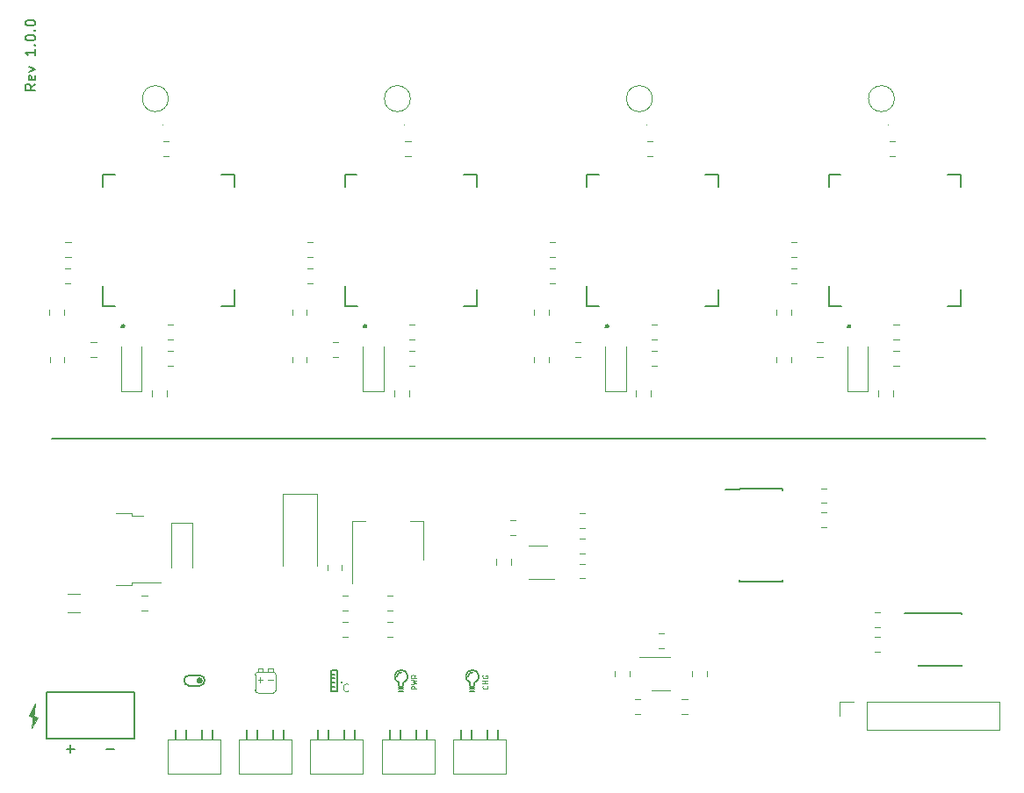
<source format=gbr>
G04 #@! TF.GenerationSoftware,KiCad,Pcbnew,5.1.6+dfsg1-1~bpo10+1*
G04 #@! TF.CreationDate,2020-10-03T08:29:09-04:00*
G04 #@! TF.ProjectId,hardware,68617264-7761-4726-952e-6b696361645f,1.0.0*
G04 #@! TF.SameCoordinates,Original*
G04 #@! TF.FileFunction,Legend,Top*
G04 #@! TF.FilePolarity,Positive*
%FSLAX46Y46*%
G04 Gerber Fmt 4.6, Leading zero omitted, Abs format (unit mm)*
G04 Created by KiCad (PCBNEW 5.1.6+dfsg1-1~bpo10+1) date 2020-10-03 08:29:09*
%MOMM*%
%LPD*%
G01*
G04 APERTURE LIST*
%ADD10C,0.080000*%
%ADD11C,0.150000*%
%ADD12C,0.050000*%
%ADD13C,0.100000*%
%ADD14C,0.120000*%
%ADD15C,0.400000*%
%ADD16C,0.127000*%
G04 APERTURE END LIST*
D10*
X105184940Y-118166666D02*
X104684940Y-118166666D01*
X104684940Y-117976190D01*
X104708750Y-117928571D01*
X104732559Y-117904761D01*
X104780178Y-117880952D01*
X104851607Y-117880952D01*
X104899226Y-117904761D01*
X104923035Y-117928571D01*
X104946845Y-117976190D01*
X104946845Y-118166666D01*
X104684940Y-117714285D02*
X105184940Y-117595238D01*
X104827797Y-117500000D01*
X105184940Y-117404761D01*
X104684940Y-117285714D01*
X105184940Y-116809523D02*
X104946845Y-116976190D01*
X105184940Y-117095238D02*
X104684940Y-117095238D01*
X104684940Y-116904761D01*
X104708750Y-116857142D01*
X104732559Y-116833333D01*
X104780178Y-116809523D01*
X104851607Y-116809523D01*
X104899226Y-116833333D01*
X104923035Y-116857142D01*
X104946845Y-116904761D01*
X104946845Y-117095238D01*
X111998572Y-117857142D02*
X112022381Y-117880952D01*
X112046191Y-117952380D01*
X112046191Y-118000000D01*
X112022381Y-118071428D01*
X111974762Y-118119047D01*
X111927143Y-118142857D01*
X111831905Y-118166666D01*
X111760477Y-118166666D01*
X111665239Y-118142857D01*
X111617620Y-118119047D01*
X111570001Y-118071428D01*
X111546191Y-118000000D01*
X111546191Y-117952380D01*
X111570001Y-117880952D01*
X111593810Y-117857142D01*
X112046191Y-117642857D02*
X111546191Y-117642857D01*
X111784286Y-117642857D02*
X111784286Y-117357142D01*
X112046191Y-117357142D02*
X111546191Y-117357142D01*
X111570001Y-116857142D02*
X111546191Y-116904761D01*
X111546191Y-116976190D01*
X111570001Y-117047619D01*
X111617620Y-117095238D01*
X111665239Y-117119047D01*
X111760477Y-117142857D01*
X111831905Y-117142857D01*
X111927143Y-117119047D01*
X111974762Y-117095238D01*
X112022381Y-117047619D01*
X112046191Y-116976190D01*
X112046191Y-116928571D01*
X112022381Y-116857142D01*
X111998572Y-116833333D01*
X111831905Y-116833333D01*
X111831905Y-116928571D01*
D11*
X75269047Y-123971428D02*
X76030952Y-123971428D01*
X71459047Y-123971428D02*
X72220952Y-123971428D01*
X71840000Y-124352380D02*
X71840000Y-123590476D01*
X69500000Y-123000000D02*
X69500000Y-118500000D01*
X78000000Y-123000000D02*
X69500000Y-123000000D01*
X78000000Y-118500000D02*
X78000000Y-123000000D01*
X69500000Y-118500000D02*
X78000000Y-118500000D01*
X68452380Y-59785714D02*
X67976190Y-60119047D01*
X68452380Y-60357142D02*
X67452380Y-60357142D01*
X67452380Y-59976190D01*
X67500000Y-59880952D01*
X67547619Y-59833333D01*
X67642857Y-59785714D01*
X67785714Y-59785714D01*
X67880952Y-59833333D01*
X67928571Y-59880952D01*
X67976190Y-59976190D01*
X67976190Y-60357142D01*
X68404761Y-58976190D02*
X68452380Y-59071428D01*
X68452380Y-59261904D01*
X68404761Y-59357142D01*
X68309523Y-59404761D01*
X67928571Y-59404761D01*
X67833333Y-59357142D01*
X67785714Y-59261904D01*
X67785714Y-59071428D01*
X67833333Y-58976190D01*
X67928571Y-58928571D01*
X68023809Y-58928571D01*
X68119047Y-59404761D01*
X67785714Y-58595238D02*
X68452380Y-58357142D01*
X67785714Y-58119047D01*
X68452380Y-56452380D02*
X68452380Y-57023809D01*
X68452380Y-56738095D02*
X67452380Y-56738095D01*
X67595238Y-56833333D01*
X67690476Y-56928571D01*
X67738095Y-57023809D01*
X68357142Y-56023809D02*
X68404761Y-55976190D01*
X68452380Y-56023809D01*
X68404761Y-56071428D01*
X68357142Y-56023809D01*
X68452380Y-56023809D01*
X67452380Y-55357142D02*
X67452380Y-55261904D01*
X67500000Y-55166666D01*
X67547619Y-55119047D01*
X67642857Y-55071428D01*
X67833333Y-55023809D01*
X68071428Y-55023809D01*
X68261904Y-55071428D01*
X68357142Y-55119047D01*
X68404761Y-55166666D01*
X68452380Y-55261904D01*
X68452380Y-55357142D01*
X68404761Y-55452380D01*
X68357142Y-55500000D01*
X68261904Y-55547619D01*
X68071428Y-55595238D01*
X67833333Y-55595238D01*
X67642857Y-55547619D01*
X67547619Y-55500000D01*
X67500000Y-55452380D01*
X67452380Y-55357142D01*
X68357142Y-54595238D02*
X68404761Y-54547619D01*
X68452380Y-54595238D01*
X68404761Y-54642857D01*
X68357142Y-54595238D01*
X68452380Y-54595238D01*
X67452380Y-53928571D02*
X67452380Y-53833333D01*
X67500000Y-53738095D01*
X67547619Y-53690476D01*
X67642857Y-53642857D01*
X67833333Y-53595238D01*
X68071428Y-53595238D01*
X68261904Y-53642857D01*
X68357142Y-53690476D01*
X68404761Y-53738095D01*
X68452380Y-53833333D01*
X68452380Y-53928571D01*
X68404761Y-54023809D01*
X68357142Y-54071428D01*
X68261904Y-54119047D01*
X68071428Y-54166666D01*
X67833333Y-54166666D01*
X67642857Y-54119047D01*
X67547619Y-54071428D01*
X67500000Y-54023809D01*
X67452380Y-53928571D01*
X70000000Y-94000000D02*
X160000000Y-94000000D01*
X110160001Y-116966228D02*
G75*
G02*
X110560001Y-116566228I400000J0D01*
G01*
X110360001Y-117566228D02*
G75*
G02*
X110760001Y-117566228I200000J600000D01*
G01*
X110760001Y-117766228D02*
X110760001Y-117566228D01*
X110360001Y-117766228D02*
X110360001Y-117566228D01*
X110360001Y-118366228D02*
X110760001Y-118366228D01*
X110360001Y-117966228D02*
X110760001Y-117966228D01*
X110360001Y-118166228D02*
X110760001Y-118166228D01*
X103298750Y-116966228D02*
G75*
G02*
X103698750Y-116566228I400000J0D01*
G01*
X103498750Y-117566228D02*
G75*
G02*
X103898750Y-117566228I200000J600000D01*
G01*
X103898750Y-117766228D02*
X103898750Y-117566228D01*
X103498750Y-117766228D02*
X103498750Y-117566228D01*
X103498750Y-118366228D02*
X103898750Y-118366228D01*
X103498750Y-117966228D02*
X103898750Y-117966228D01*
X103498750Y-118166228D02*
X103898750Y-118166228D01*
D12*
X98062500Y-117550000D02*
G75*
G03*
X98062500Y-117550000I-100000J0D01*
G01*
D11*
X96962500Y-116750000D02*
X97262500Y-116750000D01*
X96962500Y-117150000D02*
X97262500Y-117150000D01*
X96962500Y-117550000D02*
X97262500Y-117550000D01*
X96962500Y-117950000D02*
X97262500Y-117950000D01*
X97562500Y-116350000D02*
X97012500Y-116350000D01*
X97562500Y-118350000D02*
X97562500Y-116350000D01*
X97462500Y-118350000D02*
X97562500Y-118350000D01*
X96962500Y-118350000D02*
X97462500Y-118350000D01*
X96962500Y-116350000D02*
X96962500Y-118350000D01*
D13*
X91626250Y-118300000D02*
G75*
G02*
X91376250Y-118550000I-250000J0D01*
G01*
X89876250Y-118550000D02*
G75*
G02*
X89626250Y-118300000I0J250000D01*
G01*
X89626250Y-116800000D02*
G75*
G02*
X89876250Y-116550000I250000J0D01*
G01*
X91376250Y-116550000D02*
G75*
G02*
X91626250Y-116800000I0J-250000D01*
G01*
X89876250Y-118550000D02*
X91376250Y-118550000D01*
X91626250Y-118300000D02*
X91626250Y-116800000D01*
X91376250Y-116550000D02*
X89876250Y-116550000D01*
X89626250Y-116800000D02*
X89626250Y-118300000D01*
X89876250Y-116550000D02*
X89876250Y-116150000D01*
X89876250Y-116150000D02*
X90376250Y-116150000D01*
X90376250Y-116150000D02*
X90376250Y-116550000D01*
X91376250Y-116550000D02*
X91376250Y-116150000D01*
X91376250Y-116150000D02*
X90876250Y-116150000D01*
X90876250Y-116150000D02*
X90876250Y-116550000D01*
X90126250Y-117050000D02*
X90126250Y-117550000D01*
X89876250Y-117300000D02*
X90376250Y-117300000D01*
X90876250Y-117300000D02*
X91376250Y-117300000D01*
D11*
X84265000Y-116850000D02*
G75*
G02*
X84265000Y-117850000I0J-500000D01*
G01*
X83265000Y-117850000D02*
G75*
G02*
X83265000Y-116850000I0J500000D01*
G01*
X84165000Y-117350000D02*
X84365000Y-117350000D01*
X84365000Y-117350000D02*
G75*
G03*
X84365000Y-117350000I-100000J0D01*
G01*
X84488607Y-117350000D02*
G75*
G03*
X84488607Y-117350000I-223607J0D01*
G01*
X84265000Y-117850000D02*
X83265000Y-117850000D01*
X83265000Y-116850000D02*
X84265000Y-116850000D01*
D13*
G36*
X68250000Y-120950000D02*
G01*
X67850000Y-120750000D01*
X68450000Y-119550000D01*
X68250000Y-120950000D01*
G37*
X68250000Y-120950000D02*
X67850000Y-120750000D01*
X68450000Y-119550000D01*
X68250000Y-120950000D01*
G36*
X68050000Y-121950000D02*
G01*
X68250000Y-120750000D01*
X68650000Y-120950000D01*
X68050000Y-121950000D01*
G37*
X68050000Y-121950000D02*
X68250000Y-120750000D01*
X68650000Y-120950000D01*
X68050000Y-121950000D01*
D14*
X81230000Y-123030000D02*
X81230000Y-126330000D01*
X81230000Y-123030000D02*
X86310000Y-123030000D01*
X86310000Y-123030000D02*
X86310000Y-126330000D01*
X86310000Y-126330000D02*
X81230000Y-126330000D01*
D11*
X81992000Y-122138000D02*
X81992000Y-123030000D01*
X84532000Y-123030000D02*
X84532000Y-122138000D01*
X85548000Y-123030000D02*
X85548000Y-122138000D01*
X83008000Y-123030000D02*
X83008000Y-122138000D01*
X110453001Y-123030000D02*
X110453001Y-122138000D01*
X112993001Y-123030000D02*
X112993001Y-122138000D01*
X111977001Y-123030000D02*
X111977001Y-122138000D01*
X109437001Y-122138000D02*
X109437001Y-123030000D01*
D14*
X113755001Y-126330000D02*
X108675001Y-126330000D01*
X113755001Y-123030000D02*
X113755001Y-126330000D01*
X108675001Y-123030000D02*
X113755001Y-123030000D01*
X108675001Y-123030000D02*
X108675001Y-126330000D01*
D11*
X103591750Y-123030000D02*
X103591750Y-122138000D01*
X106131750Y-123030000D02*
X106131750Y-122138000D01*
X105115750Y-123030000D02*
X105115750Y-122138000D01*
X102575750Y-122138000D02*
X102575750Y-123030000D01*
D14*
X106893750Y-126330000D02*
X101813750Y-126330000D01*
X106893750Y-123030000D02*
X106893750Y-126330000D01*
X101813750Y-123030000D02*
X106893750Y-123030000D01*
X101813750Y-123030000D02*
X101813750Y-126330000D01*
X94952500Y-123030000D02*
X94952500Y-126330000D01*
X94952500Y-123030000D02*
X100032500Y-123030000D01*
X100032500Y-123030000D02*
X100032500Y-126330000D01*
X100032500Y-126330000D02*
X94952500Y-126330000D01*
D11*
X95714500Y-122138000D02*
X95714500Y-123030000D01*
X98254500Y-123030000D02*
X98254500Y-122138000D01*
X99270500Y-123030000D02*
X99270500Y-122138000D01*
X96730500Y-123030000D02*
X96730500Y-122138000D01*
X89869250Y-123030000D02*
X89869250Y-122138000D01*
X92409250Y-123030000D02*
X92409250Y-122138000D01*
X91393250Y-123030000D02*
X91393250Y-122138000D01*
X88853250Y-122138000D02*
X88853250Y-123030000D01*
D14*
X93171250Y-126330000D02*
X88091250Y-126330000D01*
X93171250Y-123030000D02*
X93171250Y-126330000D01*
X88091250Y-123030000D02*
X93171250Y-123030000D01*
X88091250Y-123030000D02*
X88091250Y-126330000D01*
D15*
X146895000Y-83155000D02*
G75*
G03*
X146895000Y-83155000I-50000J0D01*
G01*
D16*
X157640000Y-81250000D02*
X156370000Y-81250000D01*
X157640000Y-79573600D02*
X157640000Y-81250000D01*
X157640000Y-68550000D02*
X156370000Y-68550000D01*
X157640000Y-69750000D02*
X157640000Y-68550000D01*
X144940000Y-68550000D02*
X146083000Y-68550000D01*
X144940000Y-69750000D02*
X144940000Y-68550000D01*
X144940000Y-81250000D02*
X146140000Y-81250000D01*
X144940000Y-79250000D02*
X144940000Y-81250000D01*
D15*
X123561664Y-83155000D02*
G75*
G03*
X123561664Y-83155000I-50000J0D01*
G01*
D16*
X134306664Y-81250000D02*
X133036664Y-81250000D01*
X134306664Y-79573600D02*
X134306664Y-81250000D01*
X134306664Y-68550000D02*
X133036664Y-68550000D01*
X134306664Y-69750000D02*
X134306664Y-68550000D01*
X121606664Y-68550000D02*
X122749664Y-68550000D01*
X121606664Y-69750000D02*
X121606664Y-68550000D01*
X121606664Y-81250000D02*
X122806664Y-81250000D01*
X121606664Y-79250000D02*
X121606664Y-81250000D01*
D15*
X100226332Y-83155000D02*
G75*
G03*
X100226332Y-83155000I-50000J0D01*
G01*
D16*
X110971332Y-81250000D02*
X109701332Y-81250000D01*
X110971332Y-79573600D02*
X110971332Y-81250000D01*
X110971332Y-68550000D02*
X109701332Y-68550000D01*
X110971332Y-69750000D02*
X110971332Y-68550000D01*
X98271332Y-68550000D02*
X99414332Y-68550000D01*
X98271332Y-69750000D02*
X98271332Y-68550000D01*
X98271332Y-81250000D02*
X99471332Y-81250000D01*
X98271332Y-79250000D02*
X98271332Y-81250000D01*
X74938000Y-79250000D02*
X74938000Y-81250000D01*
X74938000Y-81250000D02*
X76138000Y-81250000D01*
X74938000Y-69750000D02*
X74938000Y-68550000D01*
X74938000Y-68550000D02*
X76081000Y-68550000D01*
X87638000Y-69750000D02*
X87638000Y-68550000D01*
X87638000Y-68550000D02*
X86368000Y-68550000D01*
X87638000Y-79573600D02*
X87638000Y-81250000D01*
X87638000Y-81250000D02*
X86368000Y-81250000D01*
D15*
X76893000Y-83155000D02*
G75*
G03*
X76893000Y-83155000I-50000J0D01*
G01*
D14*
X71276748Y-77619000D02*
X71799252Y-77619000D01*
X71276748Y-79039000D02*
X71799252Y-79039000D01*
X71326748Y-76499000D02*
X71849252Y-76499000D01*
X71326748Y-75079000D02*
X71849252Y-75079000D01*
X94660080Y-77619000D02*
X95182584Y-77619000D01*
X94660080Y-79039000D02*
X95182584Y-79039000D01*
X94660080Y-76499000D02*
X95182584Y-76499000D01*
X94660080Y-75079000D02*
X95182584Y-75079000D01*
X117995412Y-79039000D02*
X118517916Y-79039000D01*
X117995412Y-77619000D02*
X118517916Y-77619000D01*
X117995412Y-75079000D02*
X118517916Y-75079000D01*
X117995412Y-76499000D02*
X118517916Y-76499000D01*
X141328748Y-79039000D02*
X141851252Y-79039000D01*
X141328748Y-77619000D02*
X141851252Y-77619000D01*
X141328748Y-75079000D02*
X141851252Y-75079000D01*
X141328748Y-76499000D02*
X141851252Y-76499000D01*
X80763748Y-65340000D02*
X81286252Y-65340000D01*
X80763748Y-66760000D02*
X81286252Y-66760000D01*
X104097080Y-65340000D02*
X104619584Y-65340000D01*
X104097080Y-66760000D02*
X104619584Y-66760000D01*
X127432412Y-65340000D02*
X127954916Y-65340000D01*
X127432412Y-66760000D02*
X127954916Y-66760000D01*
X150765748Y-66760000D02*
X151288252Y-66760000D01*
X150765748Y-65340000D02*
X151288252Y-65340000D01*
X81162748Y-86960000D02*
X81685252Y-86960000D01*
X81162748Y-85540000D02*
X81685252Y-85540000D01*
X81162748Y-83040000D02*
X81685252Y-83040000D01*
X81162748Y-84460000D02*
X81685252Y-84460000D01*
X104496080Y-86960000D02*
X105018584Y-86960000D01*
X104496080Y-85540000D02*
X105018584Y-85540000D01*
X104496080Y-83040000D02*
X105018584Y-83040000D01*
X104496080Y-84460000D02*
X105018584Y-84460000D01*
X127831412Y-86960000D02*
X128353916Y-86960000D01*
X127831412Y-85540000D02*
X128353916Y-85540000D01*
X127831412Y-83040000D02*
X128353916Y-83040000D01*
X127831412Y-84460000D02*
X128353916Y-84460000D01*
X151164748Y-85540000D02*
X151687252Y-85540000D01*
X151164748Y-86960000D02*
X151687252Y-86960000D01*
X151164748Y-84460000D02*
X151687252Y-84460000D01*
X151164748Y-83040000D02*
X151687252Y-83040000D01*
X144691252Y-101120000D02*
X144168748Y-101120000D01*
X144691252Y-102540000D02*
X144168748Y-102540000D01*
X144691252Y-100225000D02*
X144168748Y-100225000D01*
X144691252Y-98805000D02*
X144168748Y-98805000D01*
X149358748Y-113130000D02*
X149881252Y-113130000D01*
X149358748Y-114550000D02*
X149881252Y-114550000D01*
X149358748Y-112200000D02*
X149881252Y-112200000D01*
X149358748Y-110780000D02*
X149881252Y-110780000D01*
X102861252Y-110610000D02*
X102338748Y-110610000D01*
X102861252Y-109190000D02*
X102338748Y-109190000D01*
X102861252Y-113160000D02*
X102338748Y-113160000D01*
X102861252Y-111740000D02*
X102338748Y-111740000D01*
X125740000Y-116956252D02*
X125740000Y-116433748D01*
X124320000Y-116956252D02*
X124320000Y-116433748D01*
X98063748Y-113160000D02*
X98586252Y-113160000D01*
X98063748Y-111740000D02*
X98586252Y-111740000D01*
X131770000Y-116433748D02*
X131770000Y-116956252D01*
X133190000Y-116433748D02*
X133190000Y-116956252D01*
X95600000Y-99375000D02*
X92300000Y-99375000D01*
X92300000Y-99375000D02*
X92300000Y-106275000D01*
X95600000Y-99375000D02*
X95600000Y-106275000D01*
X128488748Y-112820000D02*
X129011252Y-112820000D01*
X128488748Y-114240000D02*
X129011252Y-114240000D01*
X76220000Y-108125000D02*
X77720000Y-108125000D01*
X77720000Y-108125000D02*
X77720000Y-107855000D01*
X77720000Y-107855000D02*
X80550000Y-107855000D01*
X76220000Y-101225000D02*
X77720000Y-101225000D01*
X77720000Y-101225000D02*
X77720000Y-101495000D01*
X77720000Y-101495000D02*
X78820000Y-101495000D01*
X81109000Y-89388748D02*
X81109000Y-89911252D01*
X79689000Y-89388748D02*
X79689000Y-89911252D01*
X104442332Y-89388748D02*
X104442332Y-89911252D01*
X103022332Y-89388748D02*
X103022332Y-89911252D01*
X126357664Y-89388748D02*
X126357664Y-89911252D01*
X127777664Y-89388748D02*
X127777664Y-89911252D01*
X151111000Y-89388748D02*
X151111000Y-89911252D01*
X149691000Y-89388748D02*
X149691000Y-89911252D01*
X97985000Y-106163748D02*
X97985000Y-106686252D01*
X96565000Y-106163748D02*
X96565000Y-106686252D01*
X126208748Y-119140000D02*
X126731252Y-119140000D01*
X126208748Y-120560000D02*
X126731252Y-120560000D01*
X79211252Y-110610000D02*
X78688748Y-110610000D01*
X79211252Y-109190000D02*
X78688748Y-109190000D01*
X98063748Y-110610000D02*
X98586252Y-110610000D01*
X98063748Y-109190000D02*
X98586252Y-109190000D01*
X131291252Y-120580000D02*
X130768748Y-120580000D01*
X131291252Y-119160000D02*
X130768748Y-119160000D01*
D13*
X80700000Y-63745000D02*
G75*
G03*
X80700000Y-63745000I-50000J0D01*
G01*
X81253994Y-61195000D02*
G75*
G03*
X81253994Y-61195000I-1253994J0D01*
G01*
X104033332Y-63745000D02*
G75*
G03*
X104033332Y-63745000I-50000J0D01*
G01*
X104587326Y-61195000D02*
G75*
G03*
X104587326Y-61195000I-1253994J0D01*
G01*
X127920658Y-61195000D02*
G75*
G03*
X127920658Y-61195000I-1253994J0D01*
G01*
X127366664Y-63745000D02*
G75*
G03*
X127366664Y-63745000I-50000J0D01*
G01*
X150700000Y-63745000D02*
G75*
G03*
X150700000Y-63745000I-50000J0D01*
G01*
X151253994Y-61195000D02*
G75*
G03*
X151253994Y-61195000I-1253994J0D01*
G01*
D14*
X105835000Y-101965000D02*
X104575000Y-101965000D01*
X99015000Y-101965000D02*
X100275000Y-101965000D01*
X105835000Y-105725000D02*
X105835000Y-101965000D01*
X99015000Y-107975000D02*
X99015000Y-101965000D01*
X127850000Y-118305000D02*
X129650000Y-118305000D01*
X129650000Y-115085000D02*
X126700000Y-115085000D01*
X69803000Y-81567748D02*
X69803000Y-82090252D01*
X71223000Y-81567748D02*
X71223000Y-82090252D01*
X94606332Y-81567748D02*
X94606332Y-82090252D01*
X93186332Y-81567748D02*
X93186332Y-82090252D01*
X116521664Y-81567748D02*
X116521664Y-82090252D01*
X117941664Y-81567748D02*
X117941664Y-82090252D01*
X141275000Y-81567748D02*
X141275000Y-82090252D01*
X139855000Y-81567748D02*
X139855000Y-82090252D01*
X71234363Y-86148381D02*
X71234363Y-86670885D01*
X69814363Y-86148381D02*
X69814363Y-86670885D01*
X93186332Y-86148381D02*
X93186332Y-86670885D01*
X94606332Y-86148381D02*
X94606332Y-86670885D01*
X117941664Y-86148381D02*
X117941664Y-86670885D01*
X116521664Y-86148381D02*
X116521664Y-86670885D01*
X141275000Y-86148381D02*
X141275000Y-86670885D01*
X139855000Y-86148381D02*
X139855000Y-86670885D01*
X73775429Y-86094633D02*
X74297933Y-86094633D01*
X73775429Y-84674633D02*
X74297933Y-84674633D01*
X97128080Y-86094633D02*
X97650584Y-86094633D01*
X97128080Y-84674633D02*
X97650584Y-84674633D01*
X120463412Y-86094633D02*
X120985916Y-86094633D01*
X120463412Y-84674633D02*
X120985916Y-84674633D01*
X143796748Y-86094633D02*
X144319252Y-86094633D01*
X143796748Y-84674633D02*
X144319252Y-84674633D01*
X148601666Y-122080000D02*
X148601666Y-119420000D01*
X148601666Y-122080000D02*
X161361666Y-122080000D01*
X161361666Y-122080000D02*
X161361666Y-119420000D01*
X148601666Y-119420000D02*
X161361666Y-119420000D01*
X146001666Y-119420000D02*
X147331666Y-119420000D01*
X146001666Y-120750000D02*
X146001666Y-119420000D01*
D11*
X136350000Y-98900000D02*
X134975000Y-98900000D01*
X136350000Y-107775000D02*
X140500000Y-107775000D01*
X136350000Y-98875000D02*
X140500000Y-98875000D01*
X136350000Y-107775000D02*
X136350000Y-107660000D01*
X140500000Y-107775000D02*
X140500000Y-107660000D01*
X140500000Y-98875000D02*
X140500000Y-98990000D01*
X136350000Y-98875000D02*
X136350000Y-98900000D01*
D14*
X125367664Y-89425000D02*
X125367664Y-85125000D01*
X123367664Y-89425000D02*
X125367664Y-89425000D01*
X123367664Y-85125000D02*
X123367664Y-89425000D01*
X100032332Y-85125000D02*
X100032332Y-89425000D01*
X100032332Y-89425000D02*
X102032332Y-89425000D01*
X102032332Y-89425000D02*
X102032332Y-85125000D01*
X148701000Y-89425000D02*
X148701000Y-85125000D01*
X146701000Y-89425000D02*
X148701000Y-89425000D01*
X146701000Y-85125000D02*
X146701000Y-89425000D01*
X78699000Y-89425000D02*
X78699000Y-85125000D01*
X76699000Y-89425000D02*
X78699000Y-89425000D01*
X76699000Y-85125000D02*
X76699000Y-89425000D01*
X83550000Y-106425000D02*
X83550000Y-102125000D01*
X83550000Y-102125000D02*
X81550000Y-102125000D01*
X81550000Y-102125000D02*
X81550000Y-106425000D01*
X71547936Y-108990000D02*
X72752064Y-108990000D01*
X71547936Y-110810000D02*
X72752064Y-110810000D01*
D11*
X153599999Y-110825000D02*
X153599999Y-110875000D01*
X157749999Y-110825000D02*
X157749999Y-110970000D01*
X157749999Y-115975000D02*
X157749999Y-115830000D01*
X153599999Y-115975000D02*
X153599999Y-115830000D01*
X153599999Y-110825000D02*
X157749999Y-110825000D01*
X153599999Y-115975000D02*
X157749999Y-115975000D01*
X153599999Y-110875000D02*
X152199999Y-110875000D01*
D14*
X120888748Y-103665000D02*
X121411252Y-103665000D01*
X120888748Y-105085000D02*
X121411252Y-105085000D01*
X114260000Y-106161252D02*
X114260000Y-105638748D01*
X112840000Y-106161252D02*
X112840000Y-105638748D01*
X121411252Y-101240000D02*
X120888748Y-101240000D01*
X121411252Y-102660000D02*
X120888748Y-102660000D01*
X114711252Y-101915000D02*
X114188748Y-101915000D01*
X114711252Y-103335000D02*
X114188748Y-103335000D01*
X120888748Y-106090000D02*
X121411252Y-106090000D01*
X120888748Y-107510000D02*
X121411252Y-107510000D01*
X116000000Y-107560000D02*
X118450000Y-107560000D01*
X117800000Y-104340000D02*
X116000000Y-104340000D01*
D13*
X98594642Y-118317857D02*
X98558928Y-118353571D01*
X98451785Y-118389285D01*
X98380357Y-118389285D01*
X98273214Y-118353571D01*
X98201785Y-118282142D01*
X98166071Y-118210714D01*
X98130357Y-118067857D01*
X98130357Y-117960714D01*
X98166071Y-117817857D01*
X98201785Y-117746428D01*
X98273214Y-117675000D01*
X98380357Y-117639285D01*
X98451785Y-117639285D01*
X98558928Y-117675000D01*
X98594642Y-117710714D01*
M02*

</source>
